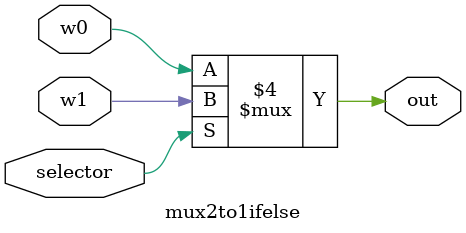
<source format=v>
module mux2to1ifelse(w0, w1,selector, out);
           input w0, w1, selector;
           output reg out;
           always @(selector) // omitted the w0,w1 inside the sensitivity list, does this work?
           begin
                     out = w1; // omitting the else command
                     if(selector == 0)
                        out = w0;
                     
           end
endmodule

</source>
